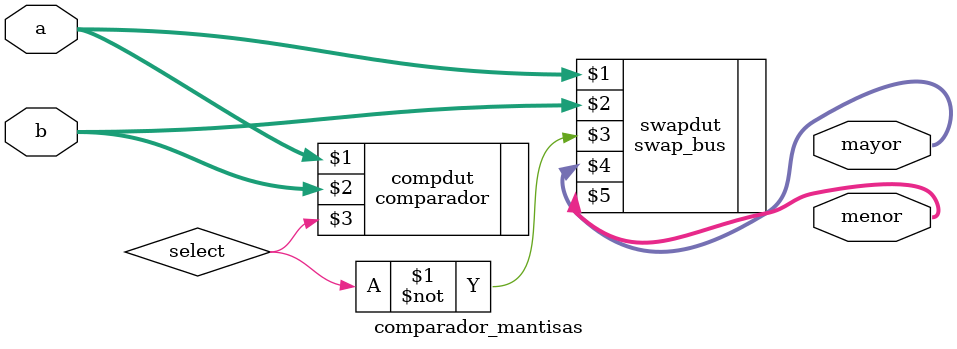
<source format=sv>
module comparador_mantisas #(parameter bus = 8)
	(input logic[bus-1:0] a,b, output logic[bus-1:0] mayor,menor);
	
	logic select;
	comparador #(bus) compdut(a,b,select);
	swap_bus #(bus) swapdut(a,b,~select,mayor,menor);
	
	
endmodule

</source>
